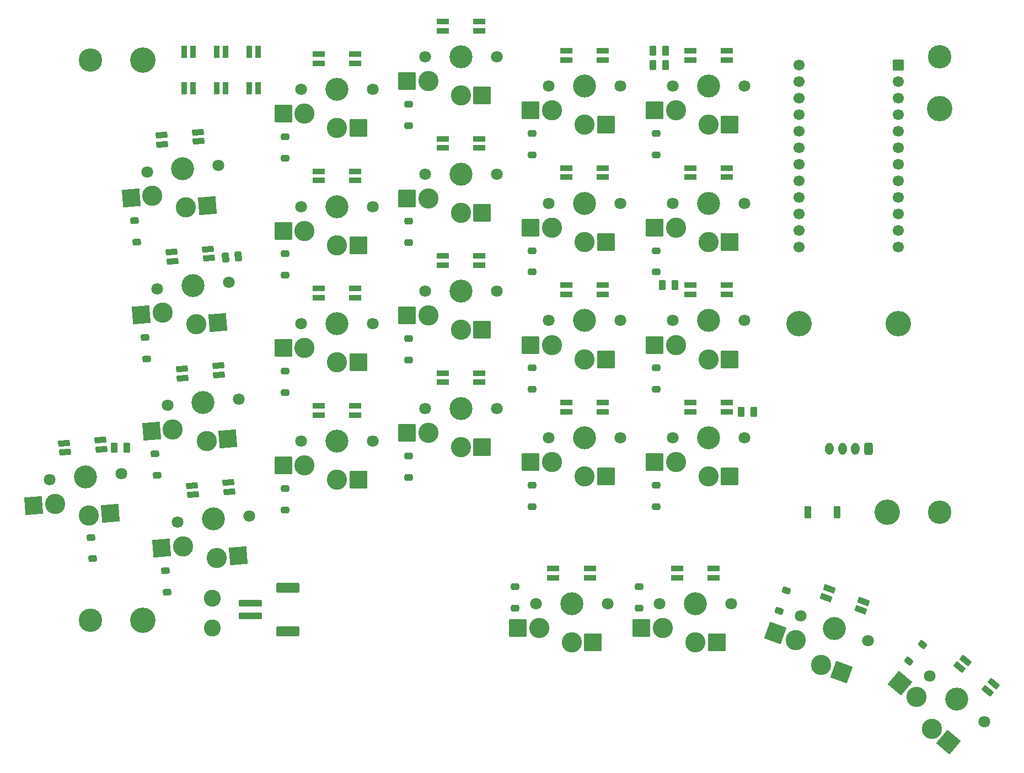
<source format=gbs>
G04 #@! TF.GenerationSoftware,KiCad,Pcbnew,8.0.5*
G04 #@! TF.CreationDate,2024-11-21T22:09:12+01:00*
G04 #@! TF.ProjectId,stellar,7374656c-6c61-4722-9e6b-696361645f70,rev?*
G04 #@! TF.SameCoordinates,Original*
G04 #@! TF.FileFunction,Soldermask,Bot*
G04 #@! TF.FilePolarity,Negative*
%FSLAX46Y46*%
G04 Gerber Fmt 4.6, Leading zero omitted, Abs format (unit mm)*
G04 Created by KiCad (PCBNEW 8.0.5) date 2024-11-21 22:09:12*
%MOMM*%
%LPD*%
G01*
G04 APERTURE LIST*
G04 Aperture macros list*
%AMRoundRect*
0 Rectangle with rounded corners*
0 $1 Rounding radius*
0 $2 $3 $4 $5 $6 $7 $8 $9 X,Y pos of 4 corners*
0 Add a 4 corners polygon primitive as box body*
4,1,4,$2,$3,$4,$5,$6,$7,$8,$9,$2,$3,0*
0 Add four circle primitives for the rounded corners*
1,1,$1+$1,$2,$3*
1,1,$1+$1,$4,$5*
1,1,$1+$1,$6,$7*
1,1,$1+$1,$8,$9*
0 Add four rect primitives between the rounded corners*
20,1,$1+$1,$2,$3,$4,$5,0*
20,1,$1+$1,$4,$5,$6,$7,0*
20,1,$1+$1,$6,$7,$8,$9,0*
20,1,$1+$1,$8,$9,$2,$3,0*%
G04 Aperture macros list end*
%ADD10C,1.801800*%
%ADD11C,3.100000*%
%ADD12C,3.529000*%
%ADD13RoundRect,0.050000X1.300000X1.300000X-1.300000X1.300000X-1.300000X-1.300000X1.300000X-1.300000X0*%
%ADD14C,3.600000*%
%ADD15RoundRect,0.270833X0.379167X0.654167X-0.379167X0.654167X-0.379167X-0.654167X0.379167X-0.654167X0*%
%ADD16O,1.300000X1.850000*%
%ADD17C,2.600000*%
%ADD18RoundRect,0.050000X1.181751X1.408356X-1.408356X1.181751X-1.181751X-1.408356X1.408356X-1.181751X0*%
%ADD19RoundRect,0.050000X1.831482X0.160234X-0.160234X1.831482X-1.831482X-0.160234X0.160234X-1.831482X0*%
%ADD20RoundRect,0.050000X1.666227X0.776974X-0.776974X1.666227X-1.666227X-0.776974X0.776974X-1.666227X0*%
%ADD21C,2.700000*%
%ADD22C,3.900000*%
%ADD23RoundRect,0.250000X0.400000X-0.250000X0.400000X0.250000X-0.400000X0.250000X-0.400000X-0.250000X0*%
%ADD24RoundRect,0.050000X0.850000X0.412500X-0.850000X0.412500X-0.850000X-0.412500X0.850000X-0.412500X0*%
%ADD25RoundRect,0.050000X-0.810814X-0.485013X0.882717X-0.336848X0.810814X0.485013X-0.882717X0.336848X0*%
%ADD26RoundRect,0.050000X-0.850000X-0.412500X0.850000X-0.412500X0.850000X0.412500X-0.850000X0.412500X0*%
%ADD27RoundRect,0.275000X0.275000X0.500000X-0.275000X0.500000X-0.275000X-0.500000X0.275000X-0.500000X0*%
%ADD28RoundRect,0.050000X-0.412500X0.850000X-0.412500X-0.850000X0.412500X-0.850000X0.412500X0.850000X0*%
%ADD29RoundRect,0.050000X-0.800000X0.800000X-0.800000X-0.800000X0.800000X-0.800000X0.800000X0.800000X0*%
%ADD30C,1.700000*%
%ADD31RoundRect,0.250000X-0.400000X0.250000X-0.400000X-0.250000X0.400000X-0.250000X0.400000X0.250000X0*%
%ADD32RoundRect,0.250000X0.420267X-0.214186X0.376689X0.283911X-0.420267X0.214186X-0.376689X-0.283911X0*%
%ADD33RoundRect,0.050000X0.810814X0.485013X-0.882717X0.336848X-0.810814X-0.485013X0.882717X-0.336848X0*%
%ADD34RoundRect,0.050000X0.939822X0.096906X-0.657655X0.678340X-0.939822X-0.096906X0.657655X-0.678340X0*%
%ADD35RoundRect,0.275000X-1.525000X0.275000X-1.525000X-0.275000X1.525000X-0.275000X1.525000X0.275000X0*%
%ADD36RoundRect,0.266667X-1.483333X0.533333X-1.483333X-0.533333X1.483333X-0.533333X1.483333X0.533333X0*%
%ADD37RoundRect,0.275000X-0.230376X-0.522065X0.317531X-0.474130X0.230376X0.522065X-0.317531X0.474130X0*%
%ADD38RoundRect,0.050000X0.450000X0.850000X-0.450000X0.850000X-0.450000X-0.850000X0.450000X-0.850000X0*%
%ADD39RoundRect,0.050000X0.916288X-0.230376X-0.385988X0.862363X-0.916288X0.230376X0.385988X-0.862363X0*%
%ADD40RoundRect,0.250000X-0.290372X0.371731X-0.461382X-0.098115X0.290372X-0.371731X0.461382X0.098115X0*%
%ADD41RoundRect,0.250000X-0.145721X0.448626X-0.467115X0.065604X0.145721X-0.448626X0.467115X-0.065604X0*%
%ADD42RoundRect,0.275000X-0.275000X-0.500000X0.275000X-0.500000X0.275000X0.500000X-0.275000X0.500000X0*%
G04 APERTURE END LIST*
D10*
X162548634Y-64297840D03*
D11*
X157048634Y-70247840D03*
D12*
X157048634Y-64297840D03*
D11*
X152048634Y-68047840D03*
D10*
X151548634Y-64297840D03*
D13*
X160323634Y-70247840D03*
X148773634Y-68047840D03*
D14*
X81203100Y-42323600D03*
X211541800Y-41774900D03*
D10*
X124548634Y-100797840D03*
D11*
X119048634Y-106747840D03*
D12*
X119048634Y-100797840D03*
D11*
X114048634Y-104547840D03*
D10*
X113548634Y-100797840D03*
D13*
X122323634Y-106747840D03*
X110773634Y-104547840D03*
D10*
X124548634Y-82797840D03*
D11*
X119048634Y-88747840D03*
D12*
X119048634Y-82797840D03*
D11*
X114048634Y-86547840D03*
D10*
X113548634Y-82797840D03*
D13*
X122323634Y-88747840D03*
X110773634Y-86547840D03*
D10*
X162548634Y-100297840D03*
D11*
X157048634Y-106247840D03*
D12*
X157048634Y-100297840D03*
D11*
X152048634Y-104047840D03*
D10*
X151548634Y-100297840D03*
D13*
X160323634Y-106247840D03*
X148773634Y-104047840D03*
D15*
X200630000Y-102034193D03*
D16*
X198630000Y-102034193D03*
X196630000Y-102034193D03*
X194630000Y-102034193D03*
D10*
X181548634Y-82297840D03*
D11*
X176048634Y-88247840D03*
D12*
X176048634Y-82297840D03*
D11*
X171048634Y-86047840D03*
D10*
X170548634Y-82297840D03*
D13*
X179323634Y-88247840D03*
X167773634Y-86047840D03*
D17*
X99892802Y-129527605D03*
D10*
X85885329Y-105805645D03*
D11*
X80924835Y-112212360D03*
D12*
X80406258Y-106285002D03*
D11*
X75752119Y-110456511D03*
D10*
X74927187Y-106764359D03*
D18*
X84187372Y-111926925D03*
X72489581Y-110741946D03*
D14*
X81203100Y-128293600D03*
X211541800Y-111774900D03*
D10*
X181548634Y-100297840D03*
D11*
X176048634Y-106247840D03*
D12*
X176048634Y-100297840D03*
D11*
X171048634Y-104047840D03*
D10*
X170548634Y-100297840D03*
D13*
X179323634Y-106247840D03*
X167773634Y-104047840D03*
D10*
X124548634Y-46797840D03*
D11*
X119048634Y-52747840D03*
D12*
X119048634Y-46797840D03*
D11*
X114048634Y-50547840D03*
D10*
X113548634Y-46797840D03*
D13*
X122323634Y-52747840D03*
X110773634Y-50547840D03*
D10*
X181548634Y-46297840D03*
D11*
X176048634Y-52247840D03*
D12*
X176048634Y-46297840D03*
D11*
X171048634Y-50047840D03*
D10*
X170548634Y-46297840D03*
D13*
X179323634Y-52247840D03*
X167773634Y-50047840D03*
D10*
X100821296Y-58523968D03*
D11*
X95860802Y-64930683D03*
D12*
X95342225Y-59003325D03*
D11*
X90688086Y-63174834D03*
D10*
X89863154Y-59482682D03*
D18*
X99123339Y-64645248D03*
X87425548Y-63460269D03*
D10*
X143548634Y-41797840D03*
D11*
X138048634Y-47747840D03*
D12*
X138048634Y-41797840D03*
D11*
X133048634Y-45547840D03*
D10*
X132548634Y-41797840D03*
D13*
X141323634Y-47747840D03*
X129773634Y-45547840D03*
D10*
X218424957Y-143951337D03*
D11*
X210387127Y-144973969D03*
D12*
X214211713Y-140416005D03*
D11*
X207971037Y-140074734D03*
D10*
X209998469Y-136880673D03*
D19*
X212895922Y-147079099D03*
X205462242Y-137969604D03*
D10*
X124548634Y-64797840D03*
D11*
X119048634Y-70747840D03*
D12*
X119048634Y-64797840D03*
D11*
X114048634Y-68547840D03*
D10*
X113548634Y-64797840D03*
D13*
X122323634Y-70747840D03*
X110773634Y-68547840D03*
D10*
X162548634Y-46297840D03*
D11*
X157048634Y-52247840D03*
D12*
X157048634Y-46297840D03*
D11*
X152048634Y-50047840D03*
D10*
X151548634Y-46297840D03*
D13*
X160323634Y-52247840D03*
X148773634Y-50047840D03*
D17*
X99892802Y-124977605D03*
D10*
X160548634Y-125797840D03*
D11*
X155048634Y-131747840D03*
D12*
X155048634Y-125797840D03*
D11*
X150048634Y-129547840D03*
D10*
X149548634Y-125797840D03*
D13*
X158323634Y-131747840D03*
X146773634Y-129547840D03*
D10*
X179548634Y-125797840D03*
D11*
X174048634Y-131747840D03*
D12*
X174048634Y-125797840D03*
D11*
X169048634Y-129547840D03*
D10*
X168548634Y-125797840D03*
D13*
X177323634Y-131747840D03*
X165773634Y-129547840D03*
D10*
X102390099Y-76455473D03*
D11*
X97429605Y-82862188D03*
D12*
X96911028Y-76934830D03*
D11*
X92256889Y-81106339D03*
D10*
X91431957Y-77414187D03*
D18*
X100692142Y-82576753D03*
X88994351Y-81391774D03*
D10*
X200587271Y-131447116D03*
D11*
X193383942Y-135157176D03*
D12*
X195418962Y-129566005D03*
D11*
X189437923Y-131379752D03*
D10*
X190250653Y-127684894D03*
D20*
X196461435Y-136277292D03*
X186360430Y-130259636D03*
D10*
X143548634Y-77797840D03*
D11*
X138048634Y-83747840D03*
D12*
X138048634Y-77797840D03*
D11*
X133048634Y-81547840D03*
D10*
X132548634Y-77797840D03*
D13*
X141323634Y-83747840D03*
X129773634Y-81547840D03*
D10*
X103958902Y-94386978D03*
D11*
X98998408Y-100793693D03*
D12*
X98479831Y-94866335D03*
D11*
X93825692Y-99037844D03*
D10*
X93000760Y-95345692D03*
D18*
X102260945Y-100508258D03*
X90563154Y-99323279D03*
D10*
X162548634Y-82297840D03*
D11*
X157048634Y-88247840D03*
D12*
X157048634Y-82297840D03*
D11*
X152048634Y-86047840D03*
D10*
X151548634Y-82297840D03*
D13*
X160323634Y-88247840D03*
X148773634Y-86047840D03*
D10*
X105527705Y-112318483D03*
D11*
X100567211Y-118725198D03*
D12*
X100048634Y-112797840D03*
D11*
X95394495Y-116969349D03*
D10*
X94569563Y-113277197D03*
D18*
X103829748Y-118439763D03*
X92131957Y-117254784D03*
D10*
X181548634Y-64297840D03*
D11*
X176048634Y-70247840D03*
D12*
X176048634Y-64297840D03*
D11*
X171048634Y-68047840D03*
D10*
X170548634Y-64297840D03*
D13*
X179323634Y-70247840D03*
X167773634Y-68047840D03*
D10*
X143548634Y-95797840D03*
D11*
X138048634Y-101747840D03*
D12*
X138048634Y-95797840D03*
D11*
X133048634Y-99547840D03*
D10*
X132548634Y-95797840D03*
D13*
X141323634Y-101747840D03*
X129773634Y-99547840D03*
D10*
X143548634Y-59797840D03*
D11*
X138048634Y-65747840D03*
D12*
X138048634Y-59797840D03*
D11*
X133048634Y-63547840D03*
D10*
X132548634Y-59797840D03*
D13*
X141323634Y-65747840D03*
X129773634Y-63547840D03*
D21*
X190003100Y-82775693D03*
D22*
X190003100Y-82775693D03*
D23*
X130019067Y-70365578D03*
X130019067Y-67065578D03*
D24*
X171248634Y-120397840D03*
X171248634Y-121797840D03*
X176848634Y-121797840D03*
X176848634Y-120397840D03*
D25*
X82846980Y-102056187D03*
X82724962Y-100661515D03*
X77146272Y-101149587D03*
X77268290Y-102544259D03*
D26*
X178848634Y-96297840D03*
X178848634Y-94897840D03*
X173248634Y-94897840D03*
X173248634Y-96297840D03*
X121848634Y-60797840D03*
X121848634Y-59397840D03*
X116248634Y-59397840D03*
X116248634Y-60797840D03*
D24*
X135248634Y-72397840D03*
X135248634Y-73797840D03*
X140848634Y-73797840D03*
X140848634Y-72397840D03*
D21*
X89203100Y-128293600D03*
D22*
X89203100Y-128293600D03*
D24*
X135248634Y-36397840D03*
X135248634Y-37797840D03*
X140848634Y-37797840D03*
X140848634Y-36397840D03*
D23*
X149019067Y-110865578D03*
X149019067Y-107565578D03*
D26*
X159848634Y-96297840D03*
X159848634Y-94897840D03*
X154248634Y-94897840D03*
X154248634Y-96297840D03*
D27*
X170883100Y-76893600D03*
X168983100Y-76893600D03*
D23*
X130019067Y-52365578D03*
X130019067Y-49065578D03*
D25*
X99351750Y-72706015D03*
X99229732Y-71311343D03*
X93651042Y-71799415D03*
X93773060Y-73194087D03*
D28*
X95523123Y-46623603D03*
X96923123Y-46623603D03*
X96923123Y-41023603D03*
X95523123Y-41023603D03*
D29*
X205250000Y-43064193D03*
D30*
X205250000Y-45604193D03*
X205250000Y-48144193D03*
X205250000Y-50684193D03*
X205250000Y-53224193D03*
X205250000Y-55764193D03*
X205250000Y-58304193D03*
X205250000Y-60844193D03*
X205250000Y-63384193D03*
X205250000Y-65924193D03*
X205250000Y-68464193D03*
X205250000Y-71004193D03*
X190010000Y-71004193D03*
X190010000Y-68464193D03*
X190010000Y-65924193D03*
X190010000Y-63384193D03*
X190010000Y-60844193D03*
X190010000Y-58304193D03*
X190010000Y-55764193D03*
X190010000Y-53224193D03*
X190010000Y-50684193D03*
X190010000Y-48144193D03*
X190010000Y-45604193D03*
X190010000Y-43064193D03*
D31*
X146402802Y-123197605D03*
X146402802Y-126497605D03*
D26*
X121848634Y-96797840D03*
X121848634Y-95397840D03*
X116248634Y-95397840D03*
X116248634Y-96797840D03*
D32*
X91401858Y-106093682D03*
X91114244Y-102806240D03*
D23*
X111019067Y-57365578D03*
X111019067Y-54065578D03*
D33*
X92082239Y-53867910D03*
X92204257Y-55262582D03*
X97782947Y-54774510D03*
X97660929Y-53379838D03*
D26*
X140848634Y-91797840D03*
X140848634Y-90397840D03*
X135248634Y-90397840D03*
X135248634Y-91797840D03*
D32*
X92970661Y-124025187D03*
X92683047Y-120737745D03*
D23*
X111019067Y-93365578D03*
X111019067Y-90065578D03*
D21*
X205203100Y-82775693D03*
D22*
X205203100Y-82775693D03*
D26*
X178848634Y-60297840D03*
X178848634Y-58897840D03*
X173248634Y-58897840D03*
X173248634Y-60297840D03*
D34*
X194634732Y-123534009D03*
X194155904Y-124849577D03*
X199418182Y-126764891D03*
X199897010Y-125449323D03*
D24*
X116248634Y-41397840D03*
X116248634Y-42797840D03*
X121848634Y-42797840D03*
X121848634Y-41397840D03*
X173248634Y-76897840D03*
X173248634Y-78297840D03*
X178848634Y-78297840D03*
X178848634Y-76897840D03*
D35*
X105692802Y-125677605D03*
X105692802Y-127677605D03*
D36*
X111442802Y-123327605D03*
X111442802Y-130027605D03*
D23*
X168019067Y-92865578D03*
X168019067Y-89565578D03*
D32*
X89833055Y-88162177D03*
X89545441Y-84874735D03*
D37*
X101956715Y-72606398D03*
X103849485Y-72440802D03*
D32*
X88264252Y-70230672D03*
X87976638Y-66943230D03*
D21*
X203541800Y-111774900D03*
D22*
X203541800Y-111774900D03*
D33*
X95219845Y-89730920D03*
X95341863Y-91125592D03*
X100920553Y-90637520D03*
X100798535Y-89242848D03*
D24*
X154248634Y-40897840D03*
X154248634Y-42297840D03*
X159848634Y-42297840D03*
X159848634Y-40897840D03*
D23*
X130019067Y-106365578D03*
X130019067Y-103065578D03*
D27*
X169472802Y-43073600D03*
X167572802Y-43073600D03*
D23*
X149019067Y-92865578D03*
X149019067Y-89565578D03*
D24*
X152248634Y-120397840D03*
X152248634Y-121797840D03*
X157848634Y-121797840D03*
X157848634Y-120397840D03*
D23*
X168019067Y-110865578D03*
X168019067Y-107565578D03*
X111019067Y-111365578D03*
X111019067Y-108065578D03*
D38*
X195791800Y-111774900D03*
X191291800Y-111774900D03*
D24*
X173248634Y-40897840D03*
X173248634Y-42297840D03*
X178848634Y-42297840D03*
X178848634Y-40897840D03*
D39*
X215537842Y-134479560D03*
X214637939Y-135552022D03*
X218927788Y-139151632D03*
X219827691Y-138079170D03*
D28*
X100523123Y-46623603D03*
X101923123Y-46623603D03*
X101923123Y-41023603D03*
X100523123Y-41023603D03*
D40*
X188047135Y-123767112D03*
X186918469Y-126868098D03*
D27*
X169472802Y-40873600D03*
X167572802Y-40873600D03*
D26*
X159848634Y-60297840D03*
X159848634Y-58897840D03*
X154248634Y-58897840D03*
X154248634Y-60297840D03*
D41*
X208942802Y-132057605D03*
X206821602Y-134585551D03*
D23*
X130019067Y-88365578D03*
X130019067Y-85065578D03*
X149019067Y-56865578D03*
X149019067Y-53565578D03*
X111019067Y-75365578D03*
X111019067Y-72065578D03*
D24*
X154248634Y-76897840D03*
X154248634Y-78297840D03*
X159848634Y-78297840D03*
X159848634Y-76897840D03*
D23*
X149019067Y-74865578D03*
X149019067Y-71565578D03*
D21*
X211541800Y-49774900D03*
D22*
X211541800Y-49774900D03*
D42*
X84853100Y-101840802D03*
X86753100Y-101840802D03*
D24*
X116248634Y-77397840D03*
X116248634Y-78797840D03*
X121848634Y-78797840D03*
X121848634Y-77397840D03*
D28*
X105523123Y-46623603D03*
X106923123Y-46623603D03*
X106923123Y-41023603D03*
X105523123Y-41023603D03*
D23*
X168019067Y-74865578D03*
X168019067Y-71565578D03*
D25*
X102489356Y-108569025D03*
X102367338Y-107174353D03*
X96788648Y-107662425D03*
X96910666Y-109057097D03*
D21*
X89203100Y-42323600D03*
D22*
X89203100Y-42323600D03*
D31*
X165404778Y-123197605D03*
X165404778Y-126497605D03*
D23*
X168019067Y-56865578D03*
X168019067Y-53565578D03*
D32*
X81508778Y-118886865D03*
X81221164Y-115599423D03*
D42*
X181103100Y-96323600D03*
X183003100Y-96323600D03*
D26*
X140848634Y-55797840D03*
X140848634Y-54397840D03*
X135248634Y-54397840D03*
X135248634Y-55797840D03*
M02*

</source>
